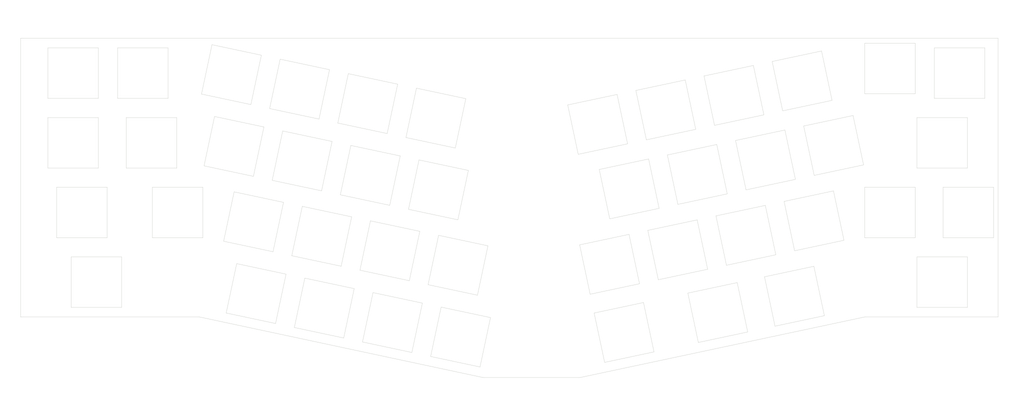
<source format=kicad_pcb>
(kicad_pcb (version 20211014) (generator pcbnew)
  (layers (0 "F.Cu" signal) (31 "B.Cu" signal) (34 "B.Paste" user) (35 "F.Paste" user) (36 "B.SilkS" user "B.Silkscreen") (37 "F.SilkS" user "F.Silkscreen") (38 "B.Mask" user) (39 "F.Mask" user) (44 "Edge.Cuts" user))
  (net 0 "")
  (footprint "footprints:hole-switch-acrylic" (layer "F.Cu") (at 207.219724 70.996942 12)
    (fp_text reference "switch45" hide)
    (fp_text value "switch" hide)
    (fp_line (start -6.9 6.9) (end -6.9 -6.9) (layer "Edge.Cuts") (width 0.1))
    (fp_line (start -6.9 -6.9) (end 6.9 -6.9) (layer "Edge.Cuts") (width 0.1))
    (fp_line (start 6.9 6.9) (end -6.9 6.9) (layer "Edge.Cuts") (width 0.1))
    (fp_line (start 6.9 -6.9) (end 6.9 6.9) (layer "Edge.Cuts") (width 0.1))
  )
  (footprint "footprints:hole-switch-acrylic" (layer "F.Cu") (at 109.181688 22.291792 -12)
    (fp_text reference "switch6" hide)
    (fp_text value "switch" hide)
    (fp_line (start -6.9 6.9) (end -6.9 -6.9) (layer "Edge.Cuts") (width 0.1))
    (fp_line (start 6.9 6.9) (end -6.9 6.9) (layer "Edge.Cuts") (width 0.1))
    (fp_line (start -6.9 -6.9) (end 6.9 -6.9) (layer "Edge.Cuts") (width 0.1))
    (fp_line (start 6.9 -6.9) (end 6.9 6.9) (layer "Edge.Cuts") (width 0.1))
  )
  (footprint "footprints:hole-switch-acrylic" (layer "F.Cu") (at 162.030864 41.650954 12)
    (fp_text reference "switch19" hide)
    (fp_text value "switch" hide)
    (fp_line (start -6.9 6.9) (end -6.9 -6.9) (layer "Edge.Cuts") (width 0.1))
    (fp_line (start -6.9 -6.9) (end 6.9 -6.9) (layer "Edge.Cuts") (width 0.1))
    (fp_line (start 6.9 6.9) (end -6.9 6.9) (layer "Edge.Cuts") (width 0.1))
    (fp_line (start 6.9 -6.9) (end 6.9 6.9) (layer "Edge.Cuts") (width 0.1))
  )
  (footprint "footprints:hole-switch-acrylic" (layer "F.Cu") (at 190.679142 16.085985 12)
    (fp_text reference "switch9" hide)
    (fp_text value "switch" hide)
    (fp_line (start 6.9 -6.9) (end 6.9 6.9) (layer "Edge.Cuts") (width 0.1))
    (fp_line (start -6.9 -6.9) (end 6.9 -6.9) (layer "Edge.Cuts") (width 0.1))
    (fp_line (start -6.9 6.9) (end -6.9 -6.9) (layer "Edge.Cuts") (width 0.1))
    (fp_line (start 6.9 6.9) (end -6.9 6.9) (layer "Edge.Cuts") (width 0.1))
  )
  (footprint "footprints:hole-switch-acrylic" (layer "F.Cu") (at 77.968112 54.608318 -12)
    (fp_text reference "switch27" hide)
    (fp_text value "switch" hide)
    (fp_line (start -6.9 -6.9) (end 6.9 -6.9) (layer "Edge.Cuts") (width 0.1))
    (fp_line (start 6.9 6.9) (end -6.9 6.9) (layer "Edge.Cuts") (width 0.1))
    (fp_line (start -6.9 6.9) (end -6.9 -6.9) (layer "Edge.Cuts") (width 0.1))
    (fp_line (start 6.9 -6.9) (end 6.9 6.9) (layer "Edge.Cuts") (width 0.1))
  )
  (footprint "footprints:hole-switch-acrylic" (layer "F.Cu") (at 16.35 67.15)
    (fp_text reference "switch38" hide)
    (fp_text value "switch" hide)
    (fp_line (start 6.9 6.9) (end -6.9 6.9) (layer "Edge.Cuts") (width 0.1))
    (fp_line (start -6.9 6.9) (end -6.9 -6.9) (layer "Edge.Cuts") (width 0.1))
    (fp_line (start 6.9 -6.9) (end 6.9 6.9) (layer "Edge.Cuts") (width 0.1))
    (fp_line (start -6.9 -6.9) (end 6.9 -6.9) (layer "Edge.Cuts") (width 0.1))
  )
  (footprint "footprints:hole-switch-acrylic" (layer "F.Cu") (at 91.245686 37.954965 -12)
    (fp_text reference "switch17" hide)
    (fp_text value "switch" hide)
    (fp_line (start 6.9 6.9) (end -6.9 6.9) (layer "Edge.Cuts") (width 0.1))
    (fp_line (start -6.9 -6.9) (end 6.9 -6.9) (layer "Edge.Cuts") (width 0.1))
    (fp_line (start -6.9 6.9) (end -6.9 -6.9) (layer "Edge.Cuts") (width 0.1))
    (fp_line (start 6.9 -6.9) (end 6.9 6.9) (layer "Edge.Cuts") (width 0.1))
  )
  (footprint "footprints:hole-switch-acrylic" (layer "F.Cu") (at 186.256798 75.452749 12)
    (fp_text reference "switch44" hide)
    (fp_text value "switch" hide)
    (fp_line (start 6.9 6.9) (end -6.9 6.9) (layer "Edge.Cuts") (width 0.1))
    (fp_line (start 6.9 -6.9) (end 6.9 6.9) (layer "Edge.Cuts") (width 0.1))
    (fp_line (start -6.9 -6.9) (end 6.9 -6.9) (layer "Edge.Cuts") (width 0.1))
    (fp_line (start -6.9 6.9) (end -6.9 -6.9) (layer "Edge.Cuts") (width 0.1))
  )
  (footprint "footprints:hole-switch-acrylic" (layer "F.Cu") (at 96.601824 58.569036 -12)
    (fp_text reference "switch28" hide)
    (fp_text value "switch" hide)
    (fp_line (start 6.9 -6.9) (end 6.9 6.9) (layer "Edge.Cuts") (width 0.1))
    (fp_line (start 6.9 6.9) (end -6.9 6.9) (layer "Edge.Cuts") (width 0.1))
    (fp_line (start -6.9 6.9) (end -6.9 -6.9) (layer "Edge.Cuts") (width 0.1))
    (fp_line (start -6.9 -6.9) (end 6.9 -6.9) (layer "Edge.Cuts") (width 0.1))
  )
  (footprint "footprints:hole-switch-acrylic" (layer "F.Cu") (at 29.05 10)
    (fp_text reference "switch2" hide)
    (fp_text value "switch" hide)
    (fp_line (start 6.9 -6.9) (end 6.9 6.9) (layer "Edge.Cuts") (width 0.1))
    (fp_line (start -6.9 -6.9) (end 6.9 -6.9) (layer "Edge.Cuts") (width 0.1))
    (fp_line (start 6.9 6.9) (end -6.9 6.9) (layer "Edge.Cuts") (width 0.1))
    (fp_line (start -6.9 6.9) (end -6.9 -6.9) (layer "Edge.Cuts") (width 0.1))
  )
  (footprint "footprints:hole-switch-acrylic" (layer "F.Cu") (at 71.914264 14.370356 -12)
    (fp_text reference "switch4" hide)
    (fp_text value "switch" hide)
    (fp_line (start 6.9 6.9) (end -6.9 6.9) (layer "Edge.Cuts") (width 0.1))
    (fp_line (start -6.9 -6.9) (end 6.9 -6.9) (layer "Edge.Cuts") (width 0.1))
    (fp_line (start 6.9 -6.9) (end 6.9 6.9) (layer "Edge.Cuts") (width 0.1))
    (fp_line (start -6.9 6.9) (end -6.9 -6.9) (layer "Edge.Cuts") (width 0.1))
  )
  (footprint "footprints:hole-switch-acrylic" (layer "F.Cu") (at 115.235536 62.529754 -12)
    (fp_text reference "switch29" hide)
    (fp_text value "switch" hide)
    (fp_line (start -6.9 -6.9) (end 6.9 -6.9) (layer "Edge.Cuts") (width 0.1))
    (fp_line (start 6.9 -6.9) (end 6.9 6.9) (layer "Edge.Cuts") (width 0.1))
    (fp_line (start 6.9 6.9) (end -6.9 6.9) (layer "Edge.Cuts") (width 0.1))
    (fp_line (start -6.9 6.9) (end -6.9 -6.9) (layer "Edge.Cuts") (width 0.1))
  )
  (footprint "footprints:hole-switch-acrylic" (layer "F.Cu") (at 153.411718 24.007421 12)
    (fp_text reference "switch7" hide)
    (fp_text value "switch" hide)
    (fp_line (start -6.9 -6.9) (end 6.9 -6.9) (layer "Edge.Cuts") (width 0.1))
    (fp_line (start -6.9 6.9) (end -6.9 -6.9) (layer "Edge.Cuts") (width 0.1))
    (fp_line (start 6.9 6.9) (end -6.9 6.9) (layer "Edge.Cuts") (width 0.1))
    (fp_line (start 6.9 -6.9) (end 6.9 6.9) (layer "Edge.Cuts") (width 0.1))
  )
  (footprint "footprints:hole-switch-acrylic" (layer "F.Cu") (at 31.43125 29.05)
    (fp_text reference "switch14" hide)
    (fp_text value "switch" hide)
    (fp_line (start -6.9 6.9) (end -6.9 -6.9) (layer "Edge.Cuts") (width 0.1))
    (fp_line (start -6.9 -6.9) (end 6.9 -6.9) (layer "Edge.Cuts") (width 0.1))
    (fp_line (start 6.9 6.9) (end -6.9 6.9) (layer "Edge.Cuts") (width 0.1))
    (fp_line (start 6.9 -6.9) (end 6.9 6.9) (layer "Edge.Cuts") (width 0.1))
  )
  (footprint "footprints:hole-switch-acrylic" (layer "F.Cu") (at 53.280552 10.409638 -12)
    (fp_text reference "switch3" hide)
    (fp_text value "switch" hide)
    (fp_line (start 6.9 6.9) (end -6.9 6.9) (layer "Edge.Cuts") (width 0.1))
    (fp_line (start -6.9 6.9) (end -6.9 -6.9) (layer "Edge.Cuts") (width 0.1))
    (fp_line (start -6.9 -6.9) (end 6.9 -6.9) (layer "Edge.Cuts") (width 0.1))
    (fp_line (start 6.9 -6.9) (end 6.9 6.9) (layer "Edge.Cuts") (width 0.1))
  )
  (footprint "footprints:hole-switch-acrylic" (layer "F.Cu") (at 193.94215 54.343589 12)
    (fp_text reference "switch32" hide)
    (fp_text value "switch" hide)
    (fp_line (start -6.9 6.9) (end -6.9 -6.9) (layer "Edge.Cuts") (width 0.1))
    (fp_line (start 6.9 -6.9) (end 6.9 6.9) (layer "Edge.Cuts") (width 0.1))
    (fp_line (start 6.9 6.9) (end -6.9 6.9) (layer "Edge.Cuts") (width 0.1))
    (fp_line (start -6.9 -6.9) (end 6.9 -6.9) (layer "Edge.Cuts") (width 0.1))
  )
  (footprint "footprints:hole-switch-acrylic" (layer "F.Cu") (at 59.3344 50.6476 -12)
    (fp_text reference "switch26" hide)
    (fp_text value "switch" hide)
    (fp_line (start -6.9 -6.9) (end 6.9 -6.9) (layer "Edge.Cuts") (width 0.1))
    (fp_line (start 6.9 -6.9) (end 6.9 6.9) (layer "Edge.Cuts") (width 0.1))
    (fp_line (start -6.9 6.9) (end -6.9 -6.9) (layer "Edge.Cuts") (width 0.1))
    (fp_line (start 6.9 6.9) (end -6.9 6.9) (layer "Edge.Cuts") (width 0.1))
  )
  (footprint "footprints:hole-switch-acrylic" (layer "F.Cu") (at 209.312854 12.125267 12)
    (fp_text reference "switch10" hide)
    (fp_text value "switch" hide)
    (fp_line (start -6.9 -6.9) (end 6.9 -6.9) (layer "Edge.Cuts") (width 0.1))
    (fp_line (start 6.9 -6.9) (end 6.9 6.9) (layer "Edge.Cuts") (width 0.1))
    (fp_line (start -6.9 6.9) (end -6.9 -6.9) (layer "Edge.Cuts") (width 0.1))
    (fp_line (start 6.9 6.9) (end -6.9 6.9) (layer "Edge.Cuts") (width 0.1))
  )
  (footprint "footprints:hole-switch-acrylic" (layer "F.Cu") (at 199.298288 33.729518 12)
    (fp_text reference "switch21" hide)
    (fp_text value "switch" hide)
    (fp_line (start -6.9 6.9) (end -6.9 -6.9) (layer "Edge.Cuts") (width 0.1))
    (fp_line (start 6.9 -6.9) (end 6.9 6.9) (layer "Edge.Cuts") (width 0.1))
    (fp_line (start 6.9 6.9) (end -6.9 6.9) (layer "Edge.Cuts") (width 0.1))
    (fp_line (start -6.9 -6.9) (end 6.9 -6.9) (layer "Edge.Cuts") (width 0.1))
  )
  (footprint "footprints:hole-switch-acrylic" (layer "F.Cu") (at 12.38125 48.1)
    (fp_text reference "switch24" hide)
    (fp_text value "switch" hide)
    (fp_line (start 6.9 6.9) (end -6.9 6.9) (layer "Edge.Cuts") (width 0.1))
    (fp_line (start -6.9 6.9) (end -6.9 -6.9) (layer "Edge.Cuts") (width 0.1))
    (fp_line (start -6.9 -6.9) (end 6.9 -6.9) (layer "Edge.Cuts") (width 0.1))
    (fp_line (start 6.9 -6.9) (end 6.9 6.9) (layer "Edge.Cuts") (width 0.1))
  )
  (footprint "footprints:hole-switch-acrylic" (layer "F.Cu") (at 72.611974 33.994247 -12)
    (fp_text reference "switch16" hide)
    (fp_text value "switch" hide)
    (fp_line (start -6.9 -6.9) (end 6.9 -6.9) (layer "Edge.Cuts") (width 0.1))
    (fp_line (start 6.9 -6.9) (end 6.9 6.9) (layer "Edge.Cuts") (width 0.1))
    (fp_line (start 6.9 6.9) (end -6.9 6.9) (layer "Edge.Cuts") (width 0.1))
    (fp_line (start -6.9 6.9) (end -6.9 -6.9) (layer "Edge.Cuts") (width 0.1))
  )
  (footprint "footprints:hole-switch-acrylic" (layer "F.Cu") (at 53.978262 30.033529 -12)
    (fp_text reference "switch15" hide)
    (fp_text value "switch" hide)
    (fp_line (start 6.9 -6.9) (end 6.9 6.9) (layer "Edge.Cuts") (width 0.1))
    (fp_line (start -6.9 -6.9) (end 6.9 -6.9) (layer "Edge.Cuts") (width 0.1))
    (fp_line (start -6.9 6.9) (end -6.9 -6.9) (layer "Edge.Cuts") (width 0.1))
    (fp_line (start 6.9 6.9) (end -6.9 6.9) (layer "Edge.Cuts") (width 0.1))
  )
  (footprint "footprints:hole-switch-acrylic" (layer "F.Cu") (at 233.33 8.73)
    (fp_text reference "switch11" hide)
    (fp_text value "switch" hide)
    (fp_line (start -6.9 6.9) (end -6.9 -6.9) (layer "Edge.Cuts") (width 0.1))
    (fp_line (start -6.9 -6.9) (end 6.9 -6.9) (layer "Edge.Cuts") (width 0.1))
    (fp_line (start 6.9 -6.9) (end 6.9 6.9) (layer "Edge.Cuts") (width 0.1))
    (fp_line (start 6.9 6.9) (end -6.9 6.9) (layer "Edge.Cuts") (width 0.1))
  )
  (footprint "footprints:hole-switch-acrylic" (layer "F.Cu") (at 38.575 48.1)
    (fp_text reference "switch25" hide)
    (fp_text value "switch" hide)
    (fp_line (start 6.9 6.9) (end -6.9 6.9) (layer "Edge.Cuts") (width 0.1))
    (fp_line (start -6.9 6.9) (end -6.9 -6.9) (layer "Edge.Cuts") (width 0.1))
    (fp_line (start -6.9 -6.9) (end 6.9 -6.9) (layer "Edge.Cuts") (width 0.1))
    (fp_line (start 6.9 -6.9) (end 6.9 6.9) (layer "Edge.Cuts") (width 0.1))
  )
  (footprint "footprints:hole-switch-acrylic" (layer "F.Cu") (at 172.04543 20.046703 12)
    (fp_text reference "switch8" hide)
    (fp_text value "switch" hide)
    (fp_line (start 6.9 6.9) (end -6.9 6.9) (layer "Edge.Cuts") (width 0.1))
    (fp_line (start 6.9 -6.9) (end 6.9 6.9) (layer "Edge.Cuts") (width 0.1))
    (fp_line (start -6.9 -6.9) (end 6.9 -6.9) (layer "Edge.Cuts") (width 0.1))
    (fp_line (start -6.9 6.9) (end -6.9 -6.9) (layer "Edge.Cuts") (width 0.1))
  )
  (footprint "footprints:hole-switch-acrylic" (layer "F.Cu") (at 233.33 48.1)
    (fp_text reference "switch34" hide)
    (fp_text value "switch" hide)
    (fp_line (start -6.9 -6.9) (end 6.9 -6.9) (layer "Edge.Cuts") (width 0.1))
    (fp_line (start 6.9 6.9) (end -6.9 6.9) (layer "Edge.Cuts") (width 0.1))
    (fp_line (start 6.9 -6.9) (end 6.9 6.9) (layer "Edge.Cuts") (width 0.1))
    (fp_line (start -6.9 6.9) (end -6.9 -6.9) (layer "Edge.Cuts") (width 0.1))
  )
  (footprint "footprints:hole-switch-acrylic" (layer "F.Cu") (at 156.674726 62.265025 12)
    (fp_text reference "switch30" hide)
    (fp_text value "switch" hide)
    (fp_line (start -6.9 6.9) (end -6.9 -6.9) (layer "Edge.Cuts") (width 0.1))
    (fp_line (start 6.9 6.9) (end -6.9 6.9) (layer "Edge.Cuts") (width 0.1))
    (fp_line (start -6.9 -6.9) (end 6.9 -6.9) (layer "Edge.Cuts") (width 0.1))
    (fp_line (start 6.9 -6.9) (end 6.9 6.9) (layer "Edge.Cuts") (width 0.1))
  )
  (footprint "footprints:hole-switch-acrylic" (layer "F.Cu") (at 212.575862 50.382871 12)
    (fp_text reference "switch33" hide)
    (fp_text value "switch" hide)
    (fp_line (start 6.9 6.9) (end -6.9 6.9) (layer "Edge.Cuts") (width 0.1))
    (fp_line (start -6.9 6.9) (end -6.9 -6.9) (layer "Edge.Cuts") (width 0.1))
    (fp_line (start 6.9 -6.9) (end 6.9 6.9) (layer "Edge.Cuts") (width 0.1))
    (fp_line (start -6.9 -6.9) (end 6.9 -6.9) (layer "Edge.Cuts") (width 0.1))
  )
  (footprint "footprints:hole-switch-acrylic" (layer "F.Cu") (at 217.932 29.7688 12)
    (fp_text reference "switch22" hide)
    (fp_text value "switch" hide)
    (fp_line (start 6.9 -6.9) (end 6.9 6.9) (layer "Edge.Cuts") (width 0.1))
    (fp_line (start 6.9 6.9) (end -6.9 6.9) (layer "Edge.Cuts") (width 0.1))
    (fp_line (start -6.9 -6.9) (end 6.9 -6.9) (layer "Edge.Cuts") (width 0.1))
    (fp_line (start -6.9 6.9) (end -6.9 -6.9) (layer "Edge.Cuts") (width 0.1))
  )
  (footprint "footprints:hole-switch-acrylic" (layer "F.Cu") (at 252.38 10)
    (fp_text reference "switch12" hide)
    (fp_text value "switch" hide)
    (fp_line (start 6.9 6.9) (end -6.9 6.9) (layer "Edge.Cuts") (width 0.1))
    (fp_line (start -6.9 -6.9) (end 6.9 -6.9) (layer "Edge.Cuts") (width 0.1))
    (fp_line (start -6.9 6.9) (end -6.9 -6.9) (layer "Edge.Cuts") (width 0.1))
    (fp_line (start 6.9 -6.9) (end 6.9 6.9) (layer "Edge.Cuts") (width 0.1))
  )
  (footprint "footprints:hole-switch-acrylic" (layer "F.Cu") (at 109.879398 41.915683 -12)
    (fp_text reference "switch18" hide)
    (fp_text value "switch" hide)
    (fp_line (start -6.9 6.9) (end -6.9 -6.9) (layer "Edge.Cuts") (width 0.1))
    (fp_line (start 6.9 -6.9) (end 6.9 6.9) (layer "Edge.Cuts") (width 0.1))
    (fp_line (start 6.9 6.9) (end -6.9 6.9) (layer "Edge.Cuts") (width 0.1))
    (fp_line (start -6.9 -6.9) (end 6.9 -6.9) (layer "Edge.Cuts") (width 0.1))
  )
  (footprint "footprints:hole-switch-acrylic" (layer "F.Cu") (at 247.6175 67.15)
    (fp_text reference "switch46" hide)
    (fp_text value "switch" hide)
    (fp_line (start 6.9 6.9) (end -6.9 6.9) (layer "Edge.Cuts") (width 0.1))
    (fp_line (start -6.9 6.9) (end -6.9 -6.9) (layer "Edge.Cuts") (width 0.1))
    (fp_line (start 6.9 -6.9) (end 6.9 6.9) (layer "Edge.Cuts") (width 0.1))
    (fp_line (start -6.9 -6.9) (end 6.9 -6.9) (layer "Edge.Cuts") (width 0.1))
  )
  (footprint "footprints:hole-switch-acrylic" (layer "F.Cu") (at 160.635444 80.898737 12)
    (fp_text reference "switch43" hide)
    (fp_text value "switch" hide)
    (fp_line (start 6.9 -6.9) (end 6.9 6.9) (layer "Edge.Cuts") (width 0.1))
    (fp_line (start -6.9 6.9) (end -6.9 -6.9) (layer "Edge.Cuts") (width 0.1))
    (fp_line (start -6.9 -6.9) (end 6.9 -6.9) (layer "Edge.Cuts") (width 0.1))
    (fp_line (start 6.9 6.9) (end -6.9 6.9) (layer "Edge.Cuts") (width 0.1))
  )
  (footprint "footprints:hole-switch-acrylic" (layer "F.Cu") (at 60.03211 70.271492 -12)
    (fp_text reference "switch39" hide)
    (fp_text value "switch" hide)
    (fp_line (start -6.9 6.9) (end -6.9 -6.9) (layer "Edge.Cuts") (width 0.1))
    (fp_line (start -6.9 -6.9) (end 6.9 -6.9) (layer "Edge.Cuts") (width 0.1))
    (fp_line (start 6.9 6.9) (end -6.9 6.9) (layer "Edge.Cuts") (width 0.1))
    (fp_line (start 6.9 -6.9) (end 6.9 6.9) (layer "Edge.Cuts") (width 0.1))
  )
  (footprint "footprints:hole-switch-acrylic" (layer "F.Cu") (at 180.664576 37.690236 12)
    (fp_text reference "switch20" hide)
    (fp_text value "switch" hide)
    (fp_line (start 6.9 6.9) (end -6.9 6.9) (layer "Edge.Cuts") (width 0.1))
    (fp_line (start -6.9 6.9) (end -6.9 -6.9) (layer "Edge.Cuts") (width 0.1))
    (fp_line (start 6.9 -6.9) (end 6.9 6.9) (layer "Edge.Cuts") (width 0.1))
    (fp_line (start -6.9 -6.9) (end 6.9 -6.9) (layer "Edge.Cuts") (width 0.1))
  )
  (footprint "footprints:hole-switch-acrylic" (layer "F.Cu") (at 254.76125 48.1)
    (fp_text reference "switch35" hide)
    (fp_text value "switch" hide)
    (fp_line (start -6.9 6.9) (end -6.9 -6.9) (layer "Edge.Cuts") (width 0.1))
    (fp_line (start 6.9 6.9) (end -6.9 6.9) (layer "Edge.Cuts") (width 0.1))
    (fp_line (start 6.9 -6.9) (end 6.9 6.9) (layer "Edge.Cuts") (width 0.1))
    (fp_line (start -6.9 -6.9) (end 6.9 -6.9) (layer "Edge.Cuts") (width 0.1))
  )
  (footprint "footprints:hole-switch-acrylic" (layer "F.Cu") (at 90.547976 18.331074 -12)
    (fp_text reference "switch5" hide)
    (fp_text value "switch" hide)
    (fp_line (start -6.9 6.9) (end -6.9 -6.9) (layer "Edge.Cuts") (width 0.1))
    (fp_line (start -6.9 -6.9) (end 6.9 -6.9) (layer "Edge.Cuts") (width 0.1))
    (fp_line (start 6.9 6.9) (end -6.9 6.9) (layer "Edge.Cuts") (width 0.1))
    (fp_line (start 6.9 -6.9) (end 6.9 6.9) (layer "Edge.Cuts") (width 0.1))
  )
  (footprint "footprints:hole-switch-acrylic" (layer "F.Cu") (at 78.665822 74.23221 -12)
    (fp_text reference "switch40" hide)
    (fp_text value "switch" hide)
    (fp_line (start 6.9 6.9) (end -6.9 6.9) (layer "Edge.Cuts") (width 0.1))
    (fp_line (start 6.9 -6.9) (end 6.9 6.9) (layer "Edge.Cuts") (width 0.1))
    (fp_line (start -6.9 -6.9) (end 6.9 -6.9) (layer "Edge.Cuts") (width 0.1))
    (fp_line (start -6.9 6.9) (end -6.9 -6.9) (layer "Edge.Cuts") (width 0.1))
  )
  (footprint "footprints:hole-switch-acrylic" (layer "F.Cu") (at 247.6175 29.05)
    (fp_text reference "switch23" hide)
    (fp_text value "switch" hide)
    (fp_line (start 6.9 -6.9) (end 6.9 6.9) (layer "Edge.Cuts") (width 0.1))
    (fp_line (start -6.9 6.9) (end -6.9 -6.9) (layer "Edge.Cuts") (width 0.1))
    (fp_line (start -6.9 -6.9) (end 6.9 -6.9) (layer "Edge.Cuts") (width 0.1))
    (fp_line (start 6.9 6.9) (end -6.9 6.9) (layer "Edge.Cuts") (width 0.1))
  )
  (footprint "footprints:hole-switch-acrylic" (layer "F.Cu") (at 97.299534 78.192928 -12)
    (fp_text reference "switch41" hide)
    (fp_text value "switch" hide)
    (fp_line (start 6.9 6.9) (end -6.9 6.9) (layer "Edge.Cuts") (width 0.1))
    (fp_line (start -6.9 -6.9) (end 6.9 -6.9) (layer "Edge.Cuts") (width 0.1))
    (fp_line (start 6.9 -6.9) (end 6.9 6.9) (layer "Edge.Cuts") (width 0.1))
    (fp_line (start -6.9 6.9) (end -6.9 -6.9) (layer "Edge.Cuts") (width 0.1))
  )
  (footprint "footprints:hole-switch-acrylic" (layer "F.Cu") (at 175.308438 58.304307 12)
    (fp_text reference "switch31" hide)
    (fp_text value "switch" hide)
    (fp_line (start 6.9 6.9) (end -6.9 6.9) (layer "Edge.Cuts") (width 0.1))
    (fp_line (start -6.9 -6.9) (end 6.9 -6.9) (layer "Edge.Cuts") (width 0.1))
    (fp_line (start 6.9 -6.9) (end 6.9 6.9) (layer "Edge.Cuts") (width 0.1))
    (fp_line (start -6.9 6.9) (end -6.9 -6.9) (layer "Edge.Cuts") (width 0.1))
  )
  (footprint "footprints:hole-switch-acrylic" (layer "F.Cu") (at 10 10)
    (fp_text reference "switch1" hide)
    (fp_text value "switch" hide)
    (fp_line (start 6.9 -6.9) (end 6.9 6.9) (layer "Edge.Cuts") (width 0.1))
    (fp_line (start -6.9 6.9) (end -6.9 -6.9) (layer "Edge.Cuts") (width 0.1))
    (fp_line (start 6.9 6.9) (end -6.9 6.9) (layer "Edge.Cuts") (width 0.1))
    (fp_line (start -6.9 -6.9) (end 6.9 -6.9) (layer "Edge.Cuts") (width 0.1))
  )
  (footprint "footprints:hole-switch-acrylic" (layer "F.Cu") (at 115.933246 82.153646 -12)
    (fp_text reference "switch42" hide)
    (fp_text value "switch" hide)
    (fp_line (start -6.9 6.9) (end -6.9 -6.9) (layer "Edge.Cuts") (width 0.1))
    (fp_line (start 6.9 6.9) (end -6.9 6.9) (layer "Edge.Cuts") (width 0.1))
    (fp_line (start 6.9 -6.9) (end 6.9 6.9) (layer "Edge.Cuts") (width 0.1))
    (fp_line (start -6.9 -6.9) (end 6.9 -6.9) (layer "Edge.Cuts") (width 0.1))
  )
  (footprint "footprints:hole-switch-acrylic" (layer "F.Cu") (at 10 29.05)
    (fp_text reference "switch13" hide)
    (fp_text value "switch" hide)
    (fp_line (start -6.9 -6.9) (end 6.9 -6.9) (layer "Edge.Cuts") (width 0.1))
    (fp_line (start -6.9 6.9) (end -6.9 -6.9) (layer "Edge.Cuts") (width 0.1))
    (fp_line (start 6.9 -6.9) (end 6.9 6.9) (layer "Edge.Cuts") (width 0.1))
    (fp_line (start 6.9 6.9) (end -6.9 6.9) (layer "Edge.Cuts") (width 0.1))
  )
  (gr_line (start 262.89 0.4572) (end 262.89 76.6572) (layer "Edge.Cuts") (width 0.1))
  (gr_line (start 148.6408 93.218) (end 226.4664 76.6572) (layer "Edge.Cuts") (width 0.1))
  (gr_line (start 262.89 76.6572) (end 226.4664 76.6572) (layer "Edge.Cuts") (width 0.1))
  (gr_line (start -4.3688 76.6572) (end 44.5008 76.6572) (layer "Edge.Cuts") (width 0.1))
  (gr_line (start -4.3688 0.4572) (end 262.89 0.4572) (layer "Edge.Cuts") (width 0.1))
  (gr_line (start 148.6408 93.218) (end 122.0216 93.218) (layer "Edge.Cuts") (width 0.1))
  (gr_line (start -4.3688 0.4572) (end -4.3688 76.6572) (layer "Edge.Cuts") (width 0.1))
  (gr_line (start 44.5008 76.6572) (end 122.0216 93.218) (layer "Edge.Cuts") (width 0.1))
  (gr_line (start -4.3688 76.6572) (end -4.3688 76.6572) (layer "Edge.Cuts") (width 0.1))
)
</source>
